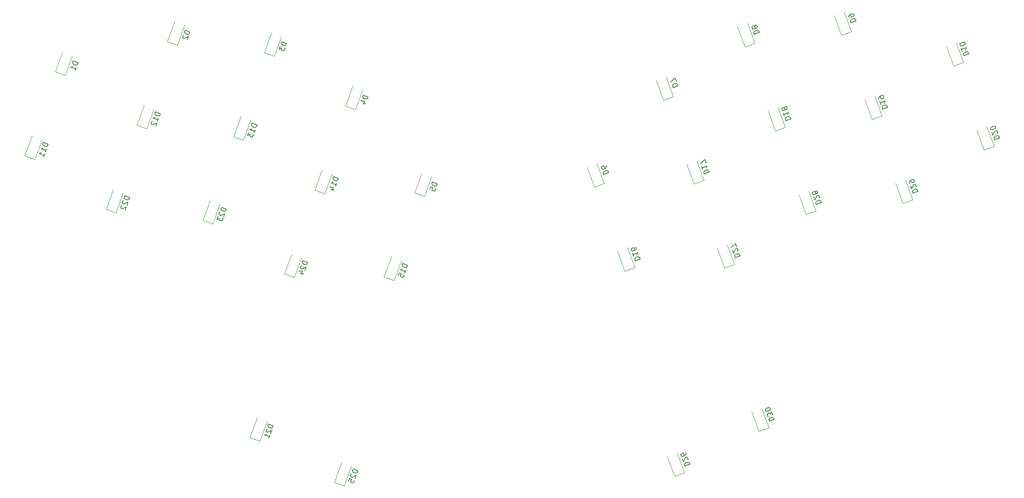
<source format=gbr>
%TF.GenerationSoftware,KiCad,Pcbnew,7.0.1*%
%TF.CreationDate,2024-06-17T16:10:21-04:00*%
%TF.ProjectId,goober-wi,676f6f62-6572-42d7-9769-2e6b69636164,rev?*%
%TF.SameCoordinates,Original*%
%TF.FileFunction,Legend,Bot*%
%TF.FilePolarity,Positive*%
%FSLAX46Y46*%
G04 Gerber Fmt 4.6, Leading zero omitted, Abs format (unit mm)*
G04 Created by KiCad (PCBNEW 7.0.1) date 2024-06-17 16:10:21*
%MOMM*%
%LPD*%
G01*
G04 APERTURE LIST*
%ADD10C,0.150000*%
%ADD11C,0.120000*%
G04 APERTURE END LIST*
D10*
%TO.C,D1*%
X64281286Y-68918306D02*
X63341594Y-68576286D01*
X63341594Y-68576286D02*
X63260160Y-68800023D01*
X63260160Y-68800023D02*
X63256048Y-68950551D01*
X63256048Y-68950551D02*
X63312969Y-69072619D01*
X63312969Y-69072619D02*
X63386177Y-69149940D01*
X63386177Y-69149940D02*
X63548879Y-69259833D01*
X63548879Y-69259833D02*
X63683121Y-69308693D01*
X63683121Y-69308693D02*
X63878397Y-69329093D01*
X63878397Y-69329093D02*
X63984178Y-69316919D01*
X63984178Y-69316919D02*
X64106246Y-69259998D01*
X64106246Y-69259998D02*
X64199853Y-69142043D01*
X64199853Y-69142043D02*
X64281286Y-68918306D01*
X63760113Y-70350219D02*
X63955553Y-69813252D01*
X63857833Y-70081735D02*
X62918140Y-69739715D01*
X62918140Y-69739715D02*
X63084955Y-69699081D01*
X63084955Y-69699081D02*
X63207023Y-69642159D01*
X63207023Y-69642159D02*
X63284344Y-69568952D01*
%TO.C,D25*%
X117434026Y-146553391D02*
X116494334Y-146211371D01*
X116494334Y-146211371D02*
X116412900Y-146435107D01*
X116412900Y-146435107D02*
X116408788Y-146585636D01*
X116408788Y-146585636D02*
X116465709Y-146707704D01*
X116465709Y-146707704D02*
X116538917Y-146785024D01*
X116538917Y-146785024D02*
X116701619Y-146894918D01*
X116701619Y-146894918D02*
X116835861Y-146943778D01*
X116835861Y-146943778D02*
X117031137Y-146964178D01*
X117031137Y-146964178D02*
X117136918Y-146952004D01*
X117136918Y-146952004D02*
X117258986Y-146895083D01*
X117258986Y-146895083D02*
X117352593Y-146777128D01*
X117352593Y-146777128D02*
X117434026Y-146553391D01*
X116258095Y-147138890D02*
X116197061Y-147167350D01*
X116197061Y-147167350D02*
X116119740Y-147240558D01*
X116119740Y-147240558D02*
X116038307Y-147464295D01*
X116038307Y-147464295D02*
X116050481Y-147570076D01*
X116050481Y-147570076D02*
X116078941Y-147631110D01*
X116078941Y-147631110D02*
X116152149Y-147708430D01*
X116152149Y-147708430D02*
X116241644Y-147741004D01*
X116241644Y-147741004D02*
X116392172Y-147745116D01*
X116392172Y-147745116D02*
X117124580Y-147403589D01*
X117124580Y-147403589D02*
X116912853Y-147985304D01*
X115663713Y-148493482D02*
X115826580Y-148046009D01*
X115826580Y-148046009D02*
X116290339Y-148164129D01*
X116290339Y-148164129D02*
X116229306Y-148192589D01*
X116229306Y-148192589D02*
X116151985Y-148265797D01*
X116151985Y-148265797D02*
X116070552Y-148489533D01*
X116070552Y-148489533D02*
X116082725Y-148595315D01*
X116082725Y-148595315D02*
X116111186Y-148656348D01*
X116111186Y-148656348D02*
X116184394Y-148733669D01*
X116184394Y-148733669D02*
X116408130Y-148815102D01*
X116408130Y-148815102D02*
X116513911Y-148802929D01*
X116513911Y-148802929D02*
X116574945Y-148774468D01*
X116574945Y-148774468D02*
X116652266Y-148701260D01*
X116652266Y-148701260D02*
X116733699Y-148477524D01*
X116733699Y-148477524D02*
X116721525Y-148371743D01*
X116721525Y-148371743D02*
X116693065Y-148310709D01*
%TO.C,D28*%
X204520588Y-95874706D02*
X205460281Y-95532686D01*
X205460281Y-95532686D02*
X205378847Y-95308949D01*
X205378847Y-95308949D02*
X205285240Y-95190994D01*
X205285240Y-95190994D02*
X205163172Y-95134073D01*
X205163172Y-95134073D02*
X205057391Y-95121899D01*
X205057391Y-95121899D02*
X204862115Y-95142299D01*
X204862115Y-95142299D02*
X204727873Y-95191159D01*
X204727873Y-95191159D02*
X204565171Y-95301053D01*
X204565171Y-95301053D02*
X204491963Y-95378373D01*
X204491963Y-95378373D02*
X204435042Y-95500441D01*
X204435042Y-95500441D02*
X204439155Y-95650970D01*
X204439155Y-95650970D02*
X204520588Y-95874706D01*
X205045053Y-94670314D02*
X205073513Y-94609280D01*
X205073513Y-94609280D02*
X205085687Y-94503499D01*
X205085687Y-94503499D02*
X205004254Y-94279762D01*
X205004254Y-94279762D02*
X204926933Y-94206554D01*
X204926933Y-94206554D02*
X204865899Y-94178094D01*
X204865899Y-94178094D02*
X204760118Y-94165920D01*
X204760118Y-94165920D02*
X204670623Y-94198493D01*
X204670623Y-94198493D02*
X204552668Y-94292101D01*
X204552668Y-94292101D02*
X204211141Y-95024508D01*
X204211141Y-95024508D02*
X203999414Y-94442793D01*
X204340942Y-93710386D02*
X204418262Y-93783594D01*
X204418262Y-93783594D02*
X204479296Y-93812054D01*
X204479296Y-93812054D02*
X204585077Y-93824228D01*
X204585077Y-93824228D02*
X204629825Y-93807942D01*
X204629825Y-93807942D02*
X204703032Y-93730621D01*
X204703032Y-93730621D02*
X204731493Y-93669587D01*
X204731493Y-93669587D02*
X204743667Y-93563806D01*
X204743667Y-93563806D02*
X204678520Y-93384817D01*
X204678520Y-93384817D02*
X204601200Y-93311609D01*
X204601200Y-93311609D02*
X204540166Y-93283148D01*
X204540166Y-93283148D02*
X204434384Y-93270974D01*
X204434384Y-93270974D02*
X204389637Y-93287261D01*
X204389637Y-93287261D02*
X204316429Y-93364582D01*
X204316429Y-93364582D02*
X204287969Y-93425616D01*
X204287969Y-93425616D02*
X204275795Y-93531397D01*
X204275795Y-93531397D02*
X204340942Y-93710386D01*
X204340942Y-93710386D02*
X204328768Y-93816167D01*
X204328768Y-93816167D02*
X204300307Y-93877201D01*
X204300307Y-93877201D02*
X204227099Y-93954522D01*
X204227099Y-93954522D02*
X204048110Y-94019668D01*
X204048110Y-94019668D02*
X203942329Y-94007495D01*
X203942329Y-94007495D02*
X203881295Y-93979034D01*
X203881295Y-93979034D02*
X203803974Y-93905826D01*
X203803974Y-93905826D02*
X203738828Y-93726837D01*
X203738828Y-93726837D02*
X203751002Y-93621056D01*
X203751002Y-93621056D02*
X203779462Y-93560022D01*
X203779462Y-93560022D02*
X203852670Y-93482701D01*
X203852670Y-93482701D02*
X204031659Y-93417555D01*
X204031659Y-93417555D02*
X204137440Y-93429728D01*
X204137440Y-93429728D02*
X204198474Y-93458189D01*
X204198474Y-93458189D02*
X204275795Y-93531397D01*
%TO.C,D26*%
X179545307Y-145669764D02*
X180485000Y-145327744D01*
X180485000Y-145327744D02*
X180403566Y-145104007D01*
X180403566Y-145104007D02*
X180309959Y-144986052D01*
X180309959Y-144986052D02*
X180187891Y-144929131D01*
X180187891Y-144929131D02*
X180082110Y-144916957D01*
X180082110Y-144916957D02*
X179886834Y-144937357D01*
X179886834Y-144937357D02*
X179752592Y-144986217D01*
X179752592Y-144986217D02*
X179589890Y-145096111D01*
X179589890Y-145096111D02*
X179516682Y-145173431D01*
X179516682Y-145173431D02*
X179459761Y-145295499D01*
X179459761Y-145295499D02*
X179463874Y-145446028D01*
X179463874Y-145446028D02*
X179545307Y-145669764D01*
X180069772Y-144465372D02*
X180098232Y-144404338D01*
X180098232Y-144404338D02*
X180110406Y-144298557D01*
X180110406Y-144298557D02*
X180028973Y-144074820D01*
X180028973Y-144074820D02*
X179951652Y-144001612D01*
X179951652Y-144001612D02*
X179890618Y-143973152D01*
X179890618Y-143973152D02*
X179784837Y-143960978D01*
X179784837Y-143960978D02*
X179695342Y-143993551D01*
X179695342Y-143993551D02*
X179577387Y-144087159D01*
X179577387Y-144087159D02*
X179235860Y-144819566D01*
X179235860Y-144819566D02*
X179024133Y-144237851D01*
X179670666Y-143090380D02*
X179735813Y-143269369D01*
X179735813Y-143269369D02*
X179723639Y-143375151D01*
X179723639Y-143375151D02*
X179695178Y-143436185D01*
X179695178Y-143436185D02*
X179593510Y-143574539D01*
X179593510Y-143574539D02*
X179430807Y-143684433D01*
X179430807Y-143684433D02*
X179072829Y-143814726D01*
X179072829Y-143814726D02*
X178967048Y-143802553D01*
X178967048Y-143802553D02*
X178906014Y-143774092D01*
X178906014Y-143774092D02*
X178828693Y-143700884D01*
X178828693Y-143700884D02*
X178763547Y-143521895D01*
X178763547Y-143521895D02*
X178775721Y-143416114D01*
X178775721Y-143416114D02*
X178804181Y-143355080D01*
X178804181Y-143355080D02*
X178877389Y-143277759D01*
X178877389Y-143277759D02*
X179101125Y-143196326D01*
X179101125Y-143196326D02*
X179206907Y-143208500D01*
X179206907Y-143208500D02*
X179267941Y-143236960D01*
X179267941Y-143236960D02*
X179345261Y-143310168D01*
X179345261Y-143310168D02*
X179410408Y-143489157D01*
X179410408Y-143489157D02*
X179398234Y-143594939D01*
X179398234Y-143594939D02*
X179369773Y-143655972D01*
X179369773Y-143655972D02*
X179296565Y-143733293D01*
%TO.C,D17*%
X183245364Y-90049987D02*
X184185057Y-89707967D01*
X184185057Y-89707967D02*
X184103623Y-89484230D01*
X184103623Y-89484230D02*
X184010016Y-89366275D01*
X184010016Y-89366275D02*
X183887948Y-89309354D01*
X183887948Y-89309354D02*
X183782167Y-89297180D01*
X183782167Y-89297180D02*
X183586891Y-89317580D01*
X183586891Y-89317580D02*
X183452649Y-89366440D01*
X183452649Y-89366440D02*
X183289947Y-89476334D01*
X183289947Y-89476334D02*
X183216739Y-89553654D01*
X183216739Y-89553654D02*
X183159818Y-89675722D01*
X183159818Y-89675722D02*
X183163931Y-89826251D01*
X183163931Y-89826251D02*
X183245364Y-90049987D01*
X182724190Y-88618074D02*
X182919631Y-89155042D01*
X182821910Y-88886558D02*
X183761603Y-88544538D01*
X183761603Y-88544538D02*
X183659935Y-88682892D01*
X183659935Y-88682892D02*
X183603013Y-88804960D01*
X183603013Y-88804960D02*
X183590840Y-88910741D01*
X183549876Y-87962823D02*
X183321863Y-87336362D01*
X183321863Y-87336362D02*
X182528750Y-88081107D01*
%TO.C,D9*%
X211097089Y-61315015D02*
X212036782Y-60972995D01*
X212036782Y-60972995D02*
X211955348Y-60749258D01*
X211955348Y-60749258D02*
X211861741Y-60631303D01*
X211861741Y-60631303D02*
X211739673Y-60574382D01*
X211739673Y-60574382D02*
X211633892Y-60562208D01*
X211633892Y-60562208D02*
X211438616Y-60582607D01*
X211438616Y-60582607D02*
X211304374Y-60631467D01*
X211304374Y-60631467D02*
X211141672Y-60741361D01*
X211141672Y-60741361D02*
X211068464Y-60818682D01*
X211068464Y-60818682D02*
X211011543Y-60940750D01*
X211011543Y-60940750D02*
X211015656Y-61091278D01*
X211015656Y-61091278D02*
X211097089Y-61315015D01*
X210738782Y-60330575D02*
X210673636Y-60151586D01*
X210673636Y-60151586D02*
X210685809Y-60045805D01*
X210685809Y-60045805D02*
X210714270Y-59984771D01*
X210714270Y-59984771D02*
X210815939Y-59846416D01*
X210815939Y-59846416D02*
X210978641Y-59736522D01*
X210978641Y-59736522D02*
X211336619Y-59606229D01*
X211336619Y-59606229D02*
X211442400Y-59618403D01*
X211442400Y-59618403D02*
X211503434Y-59646863D01*
X211503434Y-59646863D02*
X211580755Y-59720071D01*
X211580755Y-59720071D02*
X211645902Y-59899060D01*
X211645902Y-59899060D02*
X211633728Y-60004841D01*
X211633728Y-60004841D02*
X211605267Y-60065875D01*
X211605267Y-60065875D02*
X211532059Y-60143196D01*
X211532059Y-60143196D02*
X211308323Y-60224629D01*
X211308323Y-60224629D02*
X211202542Y-60212455D01*
X211202542Y-60212455D02*
X211141508Y-60183995D01*
X211141508Y-60183995D02*
X211064187Y-60110787D01*
X211064187Y-60110787D02*
X210999040Y-59931798D01*
X210999040Y-59931798D02*
X211011214Y-59826017D01*
X211011214Y-59826017D02*
X211039675Y-59764983D01*
X211039675Y-59764983D02*
X211112883Y-59687662D01*
%TO.C,D12*%
X79905035Y-78620889D02*
X78965343Y-78278869D01*
X78965343Y-78278869D02*
X78883909Y-78502605D01*
X78883909Y-78502605D02*
X78879797Y-78653134D01*
X78879797Y-78653134D02*
X78936718Y-78775202D01*
X78936718Y-78775202D02*
X79009926Y-78852522D01*
X79009926Y-78852522D02*
X79172628Y-78962416D01*
X79172628Y-78962416D02*
X79306870Y-79011276D01*
X79306870Y-79011276D02*
X79502146Y-79031676D01*
X79502146Y-79031676D02*
X79607927Y-79019502D01*
X79607927Y-79019502D02*
X79729995Y-78962581D01*
X79729995Y-78962581D02*
X79823602Y-78844626D01*
X79823602Y-78844626D02*
X79905035Y-78620889D01*
X79383862Y-80052802D02*
X79579302Y-79515835D01*
X79481582Y-79784318D02*
X78541889Y-79442298D01*
X78541889Y-79442298D02*
X78708704Y-79401663D01*
X78708704Y-79401663D02*
X78830772Y-79344742D01*
X78830772Y-79344742D02*
X78908093Y-79271534D01*
X78403370Y-80101333D02*
X78342336Y-80129794D01*
X78342336Y-80129794D02*
X78265016Y-80203002D01*
X78265016Y-80203002D02*
X78183582Y-80426738D01*
X78183582Y-80426738D02*
X78195756Y-80532519D01*
X78195756Y-80532519D02*
X78224217Y-80593553D01*
X78224217Y-80593553D02*
X78297425Y-80670874D01*
X78297425Y-80670874D02*
X78386919Y-80703447D01*
X78386919Y-80703447D02*
X78537448Y-80707560D01*
X78537448Y-80707560D02*
X79269855Y-80366033D01*
X79269855Y-80366033D02*
X79058128Y-80947747D01*
%TO.C,D18*%
X198706245Y-79899931D02*
X199645938Y-79557911D01*
X199645938Y-79557911D02*
X199564504Y-79334174D01*
X199564504Y-79334174D02*
X199470897Y-79216219D01*
X199470897Y-79216219D02*
X199348829Y-79159298D01*
X199348829Y-79159298D02*
X199243048Y-79147124D01*
X199243048Y-79147124D02*
X199047772Y-79167524D01*
X199047772Y-79167524D02*
X198913530Y-79216384D01*
X198913530Y-79216384D02*
X198750828Y-79326278D01*
X198750828Y-79326278D02*
X198677620Y-79403598D01*
X198677620Y-79403598D02*
X198620699Y-79525666D01*
X198620699Y-79525666D02*
X198624812Y-79676195D01*
X198624812Y-79676195D02*
X198706245Y-79899931D01*
X198185071Y-78468018D02*
X198380512Y-79004986D01*
X198282791Y-78736502D02*
X199222484Y-78394482D01*
X199222484Y-78394482D02*
X199120816Y-78532836D01*
X199120816Y-78532836D02*
X199063894Y-78654904D01*
X199063894Y-78654904D02*
X199051721Y-78760685D01*
X198526599Y-77735611D02*
X198603919Y-77808819D01*
X198603919Y-77808819D02*
X198664953Y-77837279D01*
X198664953Y-77837279D02*
X198770734Y-77849453D01*
X198770734Y-77849453D02*
X198815482Y-77833167D01*
X198815482Y-77833167D02*
X198888689Y-77755846D01*
X198888689Y-77755846D02*
X198917150Y-77694812D01*
X198917150Y-77694812D02*
X198929324Y-77589031D01*
X198929324Y-77589031D02*
X198864177Y-77410042D01*
X198864177Y-77410042D02*
X198786857Y-77336834D01*
X198786857Y-77336834D02*
X198725823Y-77308373D01*
X198725823Y-77308373D02*
X198620041Y-77296199D01*
X198620041Y-77296199D02*
X198575294Y-77312486D01*
X198575294Y-77312486D02*
X198502086Y-77389807D01*
X198502086Y-77389807D02*
X198473626Y-77450841D01*
X198473626Y-77450841D02*
X198461452Y-77556622D01*
X198461452Y-77556622D02*
X198526599Y-77735611D01*
X198526599Y-77735611D02*
X198514425Y-77841392D01*
X198514425Y-77841392D02*
X198485964Y-77902426D01*
X198485964Y-77902426D02*
X198412756Y-77979747D01*
X198412756Y-77979747D02*
X198233767Y-78044893D01*
X198233767Y-78044893D02*
X198127986Y-78032720D01*
X198127986Y-78032720D02*
X198066952Y-78004259D01*
X198066952Y-78004259D02*
X197989631Y-77931051D01*
X197989631Y-77931051D02*
X197924485Y-77752062D01*
X197924485Y-77752062D02*
X197936659Y-77646281D01*
X197936659Y-77646281D02*
X197965119Y-77585247D01*
X197965119Y-77585247D02*
X198038327Y-77507926D01*
X198038327Y-77507926D02*
X198217316Y-77442780D01*
X198217316Y-77442780D02*
X198323097Y-77454953D01*
X198323097Y-77454953D02*
X198384131Y-77483414D01*
X198384131Y-77483414D02*
X198461452Y-77556622D01*
%TO.C,D15*%
X126869114Y-107473580D02*
X125929422Y-107131560D01*
X125929422Y-107131560D02*
X125847988Y-107355296D01*
X125847988Y-107355296D02*
X125843876Y-107505825D01*
X125843876Y-107505825D02*
X125900797Y-107627893D01*
X125900797Y-107627893D02*
X125974005Y-107705213D01*
X125974005Y-107705213D02*
X126136707Y-107815107D01*
X126136707Y-107815107D02*
X126270949Y-107863967D01*
X126270949Y-107863967D02*
X126466225Y-107884367D01*
X126466225Y-107884367D02*
X126572006Y-107872193D01*
X126572006Y-107872193D02*
X126694074Y-107815272D01*
X126694074Y-107815272D02*
X126787681Y-107697317D01*
X126787681Y-107697317D02*
X126869114Y-107473580D01*
X126347941Y-108905493D02*
X126543381Y-108368526D01*
X126445661Y-108637009D02*
X125505968Y-108294989D01*
X125505968Y-108294989D02*
X125672783Y-108254354D01*
X125672783Y-108254354D02*
X125794851Y-108197433D01*
X125794851Y-108197433D02*
X125872172Y-108124225D01*
X125098801Y-109413671D02*
X125261668Y-108966198D01*
X125261668Y-108966198D02*
X125725427Y-109084318D01*
X125725427Y-109084318D02*
X125664394Y-109112778D01*
X125664394Y-109112778D02*
X125587073Y-109185986D01*
X125587073Y-109185986D02*
X125505640Y-109409722D01*
X125505640Y-109409722D02*
X125517813Y-109515504D01*
X125517813Y-109515504D02*
X125546274Y-109576537D01*
X125546274Y-109576537D02*
X125619482Y-109653858D01*
X125619482Y-109653858D02*
X125843218Y-109735291D01*
X125843218Y-109735291D02*
X125948999Y-109723118D01*
X125948999Y-109723118D02*
X126010033Y-109694657D01*
X126010033Y-109694657D02*
X126087354Y-109621449D01*
X126087354Y-109621449D02*
X126168787Y-109397713D01*
X126168787Y-109397713D02*
X126156613Y-109291932D01*
X126156613Y-109291932D02*
X126128153Y-109230898D01*
%TO.C,D14*%
X113733969Y-90933614D02*
X112794277Y-90591594D01*
X112794277Y-90591594D02*
X112712843Y-90815330D01*
X112712843Y-90815330D02*
X112708731Y-90965859D01*
X112708731Y-90965859D02*
X112765652Y-91087927D01*
X112765652Y-91087927D02*
X112838860Y-91165247D01*
X112838860Y-91165247D02*
X113001562Y-91275141D01*
X113001562Y-91275141D02*
X113135804Y-91324001D01*
X113135804Y-91324001D02*
X113331080Y-91344401D01*
X113331080Y-91344401D02*
X113436861Y-91332227D01*
X113436861Y-91332227D02*
X113558929Y-91275306D01*
X113558929Y-91275306D02*
X113652536Y-91157351D01*
X113652536Y-91157351D02*
X113733969Y-90933614D01*
X113212796Y-92365527D02*
X113408236Y-91828560D01*
X113310516Y-92097043D02*
X112370823Y-91755023D01*
X112370823Y-91755023D02*
X112537638Y-91714388D01*
X112537638Y-91714388D02*
X112659706Y-91657467D01*
X112659706Y-91657467D02*
X112737027Y-91584259D01*
X112293174Y-92942964D02*
X112919636Y-93170978D01*
X112016629Y-92588934D02*
X112769272Y-92609498D01*
X112769272Y-92609498D02*
X112557545Y-93191213D01*
%TO.C,D3*%
X103924563Y-65256257D02*
X102984871Y-64914237D01*
X102984871Y-64914237D02*
X102903437Y-65137974D01*
X102903437Y-65137974D02*
X102899325Y-65288502D01*
X102899325Y-65288502D02*
X102956246Y-65410570D01*
X102956246Y-65410570D02*
X103029454Y-65487891D01*
X103029454Y-65487891D02*
X103192156Y-65597784D01*
X103192156Y-65597784D02*
X103326398Y-65646644D01*
X103326398Y-65646644D02*
X103521674Y-65667044D01*
X103521674Y-65667044D02*
X103627455Y-65654870D01*
X103627455Y-65654870D02*
X103749523Y-65597949D01*
X103749523Y-65597949D02*
X103843130Y-65479994D01*
X103843130Y-65479994D02*
X103924563Y-65256257D01*
X102675424Y-65764435D02*
X102463697Y-66346150D01*
X102463697Y-66346150D02*
X102935682Y-66163212D01*
X102935682Y-66163212D02*
X102886822Y-66297454D01*
X102886822Y-66297454D02*
X102898996Y-66403235D01*
X102898996Y-66403235D02*
X102927457Y-66464269D01*
X102927457Y-66464269D02*
X103000665Y-66541590D01*
X103000665Y-66541590D02*
X103224401Y-66623023D01*
X103224401Y-66623023D02*
X103330182Y-66610849D01*
X103330182Y-66610849D02*
X103391216Y-66582389D01*
X103391216Y-66582389D02*
X103468537Y-66509181D01*
X103468537Y-66509181D02*
X103566257Y-66240697D01*
X103566257Y-66240697D02*
X103554083Y-66134916D01*
X103554083Y-66134916D02*
X103525622Y-66073882D01*
%TO.C,D11*%
X58629811Y-84445608D02*
X57690119Y-84103588D01*
X57690119Y-84103588D02*
X57608685Y-84327324D01*
X57608685Y-84327324D02*
X57604573Y-84477853D01*
X57604573Y-84477853D02*
X57661494Y-84599921D01*
X57661494Y-84599921D02*
X57734702Y-84677241D01*
X57734702Y-84677241D02*
X57897404Y-84787135D01*
X57897404Y-84787135D02*
X58031646Y-84835995D01*
X58031646Y-84835995D02*
X58226922Y-84856395D01*
X58226922Y-84856395D02*
X58332703Y-84844221D01*
X58332703Y-84844221D02*
X58454771Y-84787300D01*
X58454771Y-84787300D02*
X58548378Y-84669345D01*
X58548378Y-84669345D02*
X58629811Y-84445608D01*
X58108638Y-85877521D02*
X58304078Y-85340554D01*
X58206358Y-85609037D02*
X57266665Y-85267017D01*
X57266665Y-85267017D02*
X57433480Y-85226382D01*
X57433480Y-85226382D02*
X57555548Y-85169461D01*
X57555548Y-85169461D02*
X57632869Y-85096253D01*
X57782904Y-86772466D02*
X57978344Y-86235499D01*
X57880624Y-86503983D02*
X56940932Y-86161962D01*
X56940932Y-86161962D02*
X57107747Y-86121328D01*
X57107747Y-86121328D02*
X57229815Y-86064407D01*
X57229815Y-86064407D02*
X57307135Y-85991199D01*
%TO.C,D29*%
X222888641Y-93712037D02*
X223828334Y-93370017D01*
X223828334Y-93370017D02*
X223746900Y-93146280D01*
X223746900Y-93146280D02*
X223653293Y-93028325D01*
X223653293Y-93028325D02*
X223531225Y-92971404D01*
X223531225Y-92971404D02*
X223425444Y-92959230D01*
X223425444Y-92959230D02*
X223230168Y-92979630D01*
X223230168Y-92979630D02*
X223095926Y-93028490D01*
X223095926Y-93028490D02*
X222933224Y-93138384D01*
X222933224Y-93138384D02*
X222860016Y-93215704D01*
X222860016Y-93215704D02*
X222803095Y-93337772D01*
X222803095Y-93337772D02*
X222807208Y-93488301D01*
X222807208Y-93488301D02*
X222888641Y-93712037D01*
X223413106Y-92507645D02*
X223441566Y-92446611D01*
X223441566Y-92446611D02*
X223453740Y-92340830D01*
X223453740Y-92340830D02*
X223372307Y-92117093D01*
X223372307Y-92117093D02*
X223294986Y-92043885D01*
X223294986Y-92043885D02*
X223233952Y-92015425D01*
X223233952Y-92015425D02*
X223128171Y-92003251D01*
X223128171Y-92003251D02*
X223038676Y-92035824D01*
X223038676Y-92035824D02*
X222920721Y-92129432D01*
X222920721Y-92129432D02*
X222579194Y-92861839D01*
X222579194Y-92861839D02*
X222367467Y-92280124D01*
X222204601Y-91832652D02*
X222139454Y-91653663D01*
X222139454Y-91653663D02*
X222151628Y-91547881D01*
X222151628Y-91547881D02*
X222180089Y-91486847D01*
X222180089Y-91486847D02*
X222281757Y-91348493D01*
X222281757Y-91348493D02*
X222444459Y-91238599D01*
X222444459Y-91238599D02*
X222802437Y-91108305D01*
X222802437Y-91108305D02*
X222908219Y-91120479D01*
X222908219Y-91120479D02*
X222969253Y-91148940D01*
X222969253Y-91148940D02*
X223046573Y-91222148D01*
X223046573Y-91222148D02*
X223111720Y-91401137D01*
X223111720Y-91401137D02*
X223099546Y-91506918D01*
X223099546Y-91506918D02*
X223071085Y-91567952D01*
X223071085Y-91567952D02*
X222997878Y-91645273D01*
X222997878Y-91645273D02*
X222774141Y-91726706D01*
X222774141Y-91726706D02*
X222668360Y-91714532D01*
X222668360Y-91714532D02*
X222607326Y-91686072D01*
X222607326Y-91686072D02*
X222530005Y-91612864D01*
X222530005Y-91612864D02*
X222464859Y-91433875D01*
X222464859Y-91433875D02*
X222477033Y-91328093D01*
X222477033Y-91328093D02*
X222505493Y-91267059D01*
X222505493Y-91267059D02*
X222578701Y-91189739D01*
%TO.C,D22*%
X74090692Y-94595664D02*
X73151000Y-94253644D01*
X73151000Y-94253644D02*
X73069566Y-94477380D01*
X73069566Y-94477380D02*
X73065454Y-94627909D01*
X73065454Y-94627909D02*
X73122375Y-94749977D01*
X73122375Y-94749977D02*
X73195583Y-94827297D01*
X73195583Y-94827297D02*
X73358285Y-94937191D01*
X73358285Y-94937191D02*
X73492527Y-94986051D01*
X73492527Y-94986051D02*
X73687803Y-95006451D01*
X73687803Y-95006451D02*
X73793584Y-94994277D01*
X73793584Y-94994277D02*
X73915652Y-94937356D01*
X73915652Y-94937356D02*
X74009259Y-94819401D01*
X74009259Y-94819401D02*
X74090692Y-94595664D01*
X72914761Y-95181163D02*
X72853727Y-95209623D01*
X72853727Y-95209623D02*
X72776406Y-95282831D01*
X72776406Y-95282831D02*
X72694973Y-95506568D01*
X72694973Y-95506568D02*
X72707147Y-95612349D01*
X72707147Y-95612349D02*
X72735607Y-95673383D01*
X72735607Y-95673383D02*
X72808815Y-95750703D01*
X72808815Y-95750703D02*
X72898310Y-95783277D01*
X72898310Y-95783277D02*
X73048838Y-95787389D01*
X73048838Y-95787389D02*
X73781246Y-95445862D01*
X73781246Y-95445862D02*
X73569519Y-96027577D01*
X72589027Y-96076108D02*
X72527993Y-96104569D01*
X72527993Y-96104569D02*
X72450673Y-96177777D01*
X72450673Y-96177777D02*
X72369239Y-96401513D01*
X72369239Y-96401513D02*
X72381413Y-96507294D01*
X72381413Y-96507294D02*
X72409874Y-96568328D01*
X72409874Y-96568328D02*
X72483082Y-96645649D01*
X72483082Y-96645649D02*
X72572576Y-96678222D01*
X72572576Y-96678222D02*
X72723105Y-96682335D01*
X72723105Y-96682335D02*
X73455512Y-96340808D01*
X73455512Y-96340808D02*
X73243785Y-96922522D01*
%TO.C,D10*%
X232535180Y-67587206D02*
X233474873Y-67245186D01*
X233474873Y-67245186D02*
X233393439Y-67021449D01*
X233393439Y-67021449D02*
X233299832Y-66903494D01*
X233299832Y-66903494D02*
X233177764Y-66846573D01*
X233177764Y-66846573D02*
X233071983Y-66834399D01*
X233071983Y-66834399D02*
X232876707Y-66854799D01*
X232876707Y-66854799D02*
X232742465Y-66903659D01*
X232742465Y-66903659D02*
X232579763Y-67013553D01*
X232579763Y-67013553D02*
X232506555Y-67090873D01*
X232506555Y-67090873D02*
X232449634Y-67212941D01*
X232449634Y-67212941D02*
X232453747Y-67363470D01*
X232453747Y-67363470D02*
X232535180Y-67587206D01*
X232014006Y-66155293D02*
X232209447Y-66692261D01*
X232111726Y-66423777D02*
X233051419Y-66081757D01*
X233051419Y-66081757D02*
X232949751Y-66220111D01*
X232949751Y-66220111D02*
X232892829Y-66342179D01*
X232892829Y-66342179D02*
X232880656Y-66447960D01*
X232741972Y-65231559D02*
X232709399Y-65142064D01*
X232709399Y-65142064D02*
X232632078Y-65068856D01*
X232632078Y-65068856D02*
X232571044Y-65040396D01*
X232571044Y-65040396D02*
X232465263Y-65028222D01*
X232465263Y-65028222D02*
X232269987Y-65048621D01*
X232269987Y-65048621D02*
X232046251Y-65130055D01*
X232046251Y-65130055D02*
X231883549Y-65239949D01*
X231883549Y-65239949D02*
X231810341Y-65317269D01*
X231810341Y-65317269D02*
X231781880Y-65378303D01*
X231781880Y-65378303D02*
X231769706Y-65484084D01*
X231769706Y-65484084D02*
X231802280Y-65573579D01*
X231802280Y-65573579D02*
X231879600Y-65646787D01*
X231879600Y-65646787D02*
X231940634Y-65675247D01*
X231940634Y-65675247D02*
X232046415Y-65687421D01*
X232046415Y-65687421D02*
X232241691Y-65667022D01*
X232241691Y-65667022D02*
X232465428Y-65585588D01*
X232465428Y-65585588D02*
X232628130Y-65475694D01*
X232628130Y-65475694D02*
X232701338Y-65398374D01*
X232701338Y-65398374D02*
X232729798Y-65337340D01*
X232729798Y-65337340D02*
X232741972Y-65231559D01*
%TO.C,D5*%
X132520589Y-91946279D02*
X131580897Y-91604259D01*
X131580897Y-91604259D02*
X131499463Y-91827996D01*
X131499463Y-91827996D02*
X131495351Y-91978524D01*
X131495351Y-91978524D02*
X131552272Y-92100592D01*
X131552272Y-92100592D02*
X131625480Y-92177913D01*
X131625480Y-92177913D02*
X131788182Y-92287806D01*
X131788182Y-92287806D02*
X131922424Y-92336666D01*
X131922424Y-92336666D02*
X132117700Y-92357066D01*
X132117700Y-92357066D02*
X132223481Y-92344892D01*
X132223481Y-92344892D02*
X132345549Y-92287971D01*
X132345549Y-92287971D02*
X132439156Y-92170016D01*
X132439156Y-92170016D02*
X132520589Y-91946279D01*
X131076010Y-92991424D02*
X131238877Y-92543952D01*
X131238877Y-92543952D02*
X131702636Y-92662071D01*
X131702636Y-92662071D02*
X131641602Y-92690532D01*
X131641602Y-92690532D02*
X131564282Y-92763740D01*
X131564282Y-92763740D02*
X131482848Y-92987476D01*
X131482848Y-92987476D02*
X131495022Y-93093257D01*
X131495022Y-93093257D02*
X131523483Y-93154291D01*
X131523483Y-93154291D02*
X131596691Y-93231612D01*
X131596691Y-93231612D02*
X131820427Y-93313045D01*
X131820427Y-93313045D02*
X131926208Y-93300871D01*
X131926208Y-93300871D02*
X131987242Y-93272411D01*
X131987242Y-93272411D02*
X132064563Y-93199203D01*
X132064563Y-93199203D02*
X132145996Y-92975466D01*
X132145996Y-92975466D02*
X132133822Y-92869685D01*
X132133822Y-92869685D02*
X132105361Y-92808651D01*
%TO.C,D16*%
X170110219Y-106589953D02*
X171049912Y-106247933D01*
X171049912Y-106247933D02*
X170968478Y-106024196D01*
X170968478Y-106024196D02*
X170874871Y-105906241D01*
X170874871Y-105906241D02*
X170752803Y-105849320D01*
X170752803Y-105849320D02*
X170647022Y-105837146D01*
X170647022Y-105837146D02*
X170451746Y-105857546D01*
X170451746Y-105857546D02*
X170317504Y-105906406D01*
X170317504Y-105906406D02*
X170154802Y-106016300D01*
X170154802Y-106016300D02*
X170081594Y-106093620D01*
X170081594Y-106093620D02*
X170024673Y-106215688D01*
X170024673Y-106215688D02*
X170028786Y-106366217D01*
X170028786Y-106366217D02*
X170110219Y-106589953D01*
X169589045Y-105158040D02*
X169784486Y-105695008D01*
X169686765Y-105426524D02*
X170626458Y-105084504D01*
X170626458Y-105084504D02*
X170524790Y-105222858D01*
X170524790Y-105222858D02*
X170467868Y-105344926D01*
X170467868Y-105344926D02*
X170455695Y-105450707D01*
X170235578Y-104010569D02*
X170300725Y-104189558D01*
X170300725Y-104189558D02*
X170288551Y-104295340D01*
X170288551Y-104295340D02*
X170260090Y-104356374D01*
X170260090Y-104356374D02*
X170158422Y-104494728D01*
X170158422Y-104494728D02*
X169995719Y-104604622D01*
X169995719Y-104604622D02*
X169637741Y-104734915D01*
X169637741Y-104734915D02*
X169531960Y-104722742D01*
X169531960Y-104722742D02*
X169470926Y-104694281D01*
X169470926Y-104694281D02*
X169393605Y-104621073D01*
X169393605Y-104621073D02*
X169328459Y-104442084D01*
X169328459Y-104442084D02*
X169340633Y-104336303D01*
X169340633Y-104336303D02*
X169369093Y-104275269D01*
X169369093Y-104275269D02*
X169442301Y-104197948D01*
X169442301Y-104197948D02*
X169666037Y-104116515D01*
X169666037Y-104116515D02*
X169771819Y-104128689D01*
X169771819Y-104128689D02*
X169832853Y-104157149D01*
X169832853Y-104157149D02*
X169910173Y-104230357D01*
X169910173Y-104230357D02*
X169975320Y-104409346D01*
X169975320Y-104409346D02*
X169963146Y-104515128D01*
X169963146Y-104515128D02*
X169934685Y-104576161D01*
X169934685Y-104576161D02*
X169861477Y-104653482D01*
%TO.C,D19*%
X217074298Y-77737262D02*
X218013991Y-77395242D01*
X218013991Y-77395242D02*
X217932557Y-77171505D01*
X217932557Y-77171505D02*
X217838950Y-77053550D01*
X217838950Y-77053550D02*
X217716882Y-76996629D01*
X217716882Y-76996629D02*
X217611101Y-76984455D01*
X217611101Y-76984455D02*
X217415825Y-77004855D01*
X217415825Y-77004855D02*
X217281583Y-77053715D01*
X217281583Y-77053715D02*
X217118881Y-77163609D01*
X217118881Y-77163609D02*
X217045673Y-77240929D01*
X217045673Y-77240929D02*
X216988752Y-77362997D01*
X216988752Y-77362997D02*
X216992865Y-77513526D01*
X216992865Y-77513526D02*
X217074298Y-77737262D01*
X216553124Y-76305349D02*
X216748565Y-76842317D01*
X216650844Y-76573833D02*
X217590537Y-76231813D01*
X217590537Y-76231813D02*
X217488869Y-76370167D01*
X217488869Y-76370167D02*
X217431947Y-76492235D01*
X217431947Y-76492235D02*
X217419774Y-76598016D01*
X216390258Y-75857877D02*
X216325111Y-75678888D01*
X216325111Y-75678888D02*
X216337285Y-75573106D01*
X216337285Y-75573106D02*
X216365746Y-75512072D01*
X216365746Y-75512072D02*
X216467414Y-75373718D01*
X216467414Y-75373718D02*
X216630116Y-75263824D01*
X216630116Y-75263824D02*
X216988094Y-75133530D01*
X216988094Y-75133530D02*
X217093876Y-75145704D01*
X217093876Y-75145704D02*
X217154910Y-75174165D01*
X217154910Y-75174165D02*
X217232230Y-75247373D01*
X217232230Y-75247373D02*
X217297377Y-75426362D01*
X217297377Y-75426362D02*
X217285203Y-75532143D01*
X217285203Y-75532143D02*
X217256742Y-75593177D01*
X217256742Y-75593177D02*
X217183535Y-75670498D01*
X217183535Y-75670498D02*
X216959798Y-75751931D01*
X216959798Y-75751931D02*
X216854017Y-75739757D01*
X216854017Y-75739757D02*
X216792983Y-75711297D01*
X216792983Y-75711297D02*
X216715662Y-75638089D01*
X216715662Y-75638089D02*
X216650516Y-75459100D01*
X216650516Y-75459100D02*
X216662690Y-75353318D01*
X216662690Y-75353318D02*
X216691150Y-75292284D01*
X216691150Y-75292284D02*
X216764358Y-75214964D01*
%TO.C,D24*%
X107919627Y-106908389D02*
X106979935Y-106566369D01*
X106979935Y-106566369D02*
X106898501Y-106790105D01*
X106898501Y-106790105D02*
X106894389Y-106940634D01*
X106894389Y-106940634D02*
X106951310Y-107062702D01*
X106951310Y-107062702D02*
X107024518Y-107140022D01*
X107024518Y-107140022D02*
X107187220Y-107249916D01*
X107187220Y-107249916D02*
X107321462Y-107298776D01*
X107321462Y-107298776D02*
X107516738Y-107319176D01*
X107516738Y-107319176D02*
X107622519Y-107307002D01*
X107622519Y-107307002D02*
X107744587Y-107250081D01*
X107744587Y-107250081D02*
X107838194Y-107132126D01*
X107838194Y-107132126D02*
X107919627Y-106908389D01*
X106743696Y-107493888D02*
X106682662Y-107522348D01*
X106682662Y-107522348D02*
X106605341Y-107595556D01*
X106605341Y-107595556D02*
X106523908Y-107819293D01*
X106523908Y-107819293D02*
X106536082Y-107925074D01*
X106536082Y-107925074D02*
X106564542Y-107986108D01*
X106564542Y-107986108D02*
X106637750Y-108063428D01*
X106637750Y-108063428D02*
X106727245Y-108096002D01*
X106727245Y-108096002D02*
X106877773Y-108100114D01*
X106877773Y-108100114D02*
X107610181Y-107758587D01*
X107610181Y-107758587D02*
X107398454Y-108340302D01*
X106478832Y-108917739D02*
X107105294Y-109145753D01*
X106202287Y-108563709D02*
X106954930Y-108584273D01*
X106954930Y-108584273D02*
X106743203Y-109165988D01*
%TO.C,D21*%
X101391710Y-138000812D02*
X100452018Y-137658792D01*
X100452018Y-137658792D02*
X100370584Y-137882528D01*
X100370584Y-137882528D02*
X100366472Y-138033057D01*
X100366472Y-138033057D02*
X100423393Y-138155125D01*
X100423393Y-138155125D02*
X100496601Y-138232445D01*
X100496601Y-138232445D02*
X100659303Y-138342339D01*
X100659303Y-138342339D02*
X100793545Y-138391199D01*
X100793545Y-138391199D02*
X100988821Y-138411599D01*
X100988821Y-138411599D02*
X101094602Y-138399425D01*
X101094602Y-138399425D02*
X101216670Y-138342504D01*
X101216670Y-138342504D02*
X101310277Y-138224549D01*
X101310277Y-138224549D02*
X101391710Y-138000812D01*
X100215779Y-138586311D02*
X100154745Y-138614771D01*
X100154745Y-138614771D02*
X100077424Y-138687979D01*
X100077424Y-138687979D02*
X99995991Y-138911716D01*
X99995991Y-138911716D02*
X100008165Y-139017497D01*
X100008165Y-139017497D02*
X100036625Y-139078531D01*
X100036625Y-139078531D02*
X100109833Y-139155851D01*
X100109833Y-139155851D02*
X100199328Y-139188425D01*
X100199328Y-139188425D02*
X100349856Y-139192537D01*
X100349856Y-139192537D02*
X101082264Y-138851010D01*
X101082264Y-138851010D02*
X100870537Y-139432725D01*
X100544803Y-140327670D02*
X100740243Y-139790703D01*
X100642523Y-140059187D02*
X99702831Y-139717166D01*
X99702831Y-139717166D02*
X99869646Y-139676532D01*
X99869646Y-139676532D02*
X99991714Y-139619611D01*
X99991714Y-139619611D02*
X100069034Y-139546403D01*
%TO.C,D8*%
X192729036Y-63477684D02*
X193668729Y-63135664D01*
X193668729Y-63135664D02*
X193587295Y-62911927D01*
X193587295Y-62911927D02*
X193493688Y-62793972D01*
X193493688Y-62793972D02*
X193371620Y-62737051D01*
X193371620Y-62737051D02*
X193265839Y-62724877D01*
X193265839Y-62724877D02*
X193070563Y-62745276D01*
X193070563Y-62745276D02*
X192936321Y-62794136D01*
X192936321Y-62794136D02*
X192773619Y-62904030D01*
X192773619Y-62904030D02*
X192700411Y-62981351D01*
X192700411Y-62981351D02*
X192643490Y-63103419D01*
X192643490Y-63103419D02*
X192647603Y-63253947D01*
X192647603Y-63253947D02*
X192729036Y-63477684D01*
X192875123Y-62208309D02*
X192952444Y-62281517D01*
X192952444Y-62281517D02*
X193013478Y-62309978D01*
X193013478Y-62309978D02*
X193119259Y-62322152D01*
X193119259Y-62322152D02*
X193164006Y-62305865D01*
X193164006Y-62305865D02*
X193237214Y-62228544D01*
X193237214Y-62228544D02*
X193265675Y-62167510D01*
X193265675Y-62167510D02*
X193277849Y-62061729D01*
X193277849Y-62061729D02*
X193212702Y-61882740D01*
X193212702Y-61882740D02*
X193135381Y-61809532D01*
X193135381Y-61809532D02*
X193074347Y-61781072D01*
X193074347Y-61781072D02*
X192968566Y-61768898D01*
X192968566Y-61768898D02*
X192923819Y-61785184D01*
X192923819Y-61785184D02*
X192850611Y-61862505D01*
X192850611Y-61862505D02*
X192822150Y-61923539D01*
X192822150Y-61923539D02*
X192809976Y-62029320D01*
X192809976Y-62029320D02*
X192875123Y-62208309D01*
X192875123Y-62208309D02*
X192862949Y-62314090D01*
X192862949Y-62314090D02*
X192834489Y-62375124D01*
X192834489Y-62375124D02*
X192761281Y-62452445D01*
X192761281Y-62452445D02*
X192582292Y-62517592D01*
X192582292Y-62517592D02*
X192476510Y-62505418D01*
X192476510Y-62505418D02*
X192415477Y-62476957D01*
X192415477Y-62476957D02*
X192338156Y-62403749D01*
X192338156Y-62403749D02*
X192273009Y-62224760D01*
X192273009Y-62224760D02*
X192285183Y-62118979D01*
X192285183Y-62118979D02*
X192313644Y-62057945D01*
X192313644Y-62057945D02*
X192386852Y-61980624D01*
X192386852Y-61980624D02*
X192565841Y-61915478D01*
X192565841Y-61915478D02*
X192671622Y-61927652D01*
X192671622Y-61927652D02*
X192732656Y-61956112D01*
X192732656Y-61956112D02*
X192809976Y-62029320D01*
%TO.C,D13*%
X98273088Y-80783558D02*
X97333396Y-80441538D01*
X97333396Y-80441538D02*
X97251962Y-80665274D01*
X97251962Y-80665274D02*
X97247850Y-80815803D01*
X97247850Y-80815803D02*
X97304771Y-80937871D01*
X97304771Y-80937871D02*
X97377979Y-81015191D01*
X97377979Y-81015191D02*
X97540681Y-81125085D01*
X97540681Y-81125085D02*
X97674923Y-81173945D01*
X97674923Y-81173945D02*
X97870199Y-81194345D01*
X97870199Y-81194345D02*
X97975980Y-81182171D01*
X97975980Y-81182171D02*
X98098048Y-81125250D01*
X98098048Y-81125250D02*
X98191655Y-81007295D01*
X98191655Y-81007295D02*
X98273088Y-80783558D01*
X97751915Y-82215471D02*
X97947355Y-81678504D01*
X97849635Y-81946987D02*
X96909942Y-81604967D01*
X96909942Y-81604967D02*
X97076757Y-81564332D01*
X97076757Y-81564332D02*
X97198825Y-81507411D01*
X97198825Y-81507411D02*
X97276146Y-81434203D01*
X96698215Y-82186682D02*
X96486489Y-82768396D01*
X96486489Y-82768396D02*
X96958474Y-82585458D01*
X96958474Y-82585458D02*
X96909614Y-82719700D01*
X96909614Y-82719700D02*
X96921787Y-82825482D01*
X96921787Y-82825482D02*
X96950248Y-82886515D01*
X96950248Y-82886515D02*
X97023456Y-82963836D01*
X97023456Y-82963836D02*
X97247192Y-83045269D01*
X97247192Y-83045269D02*
X97352973Y-83033096D01*
X97352973Y-83033096D02*
X97414007Y-83004635D01*
X97414007Y-83004635D02*
X97491328Y-82931427D01*
X97491328Y-82931427D02*
X97589048Y-82662943D01*
X97589048Y-82662943D02*
X97576874Y-82557162D01*
X97576874Y-82557162D02*
X97548414Y-82496128D01*
%TO.C,D30*%
X195587623Y-137117185D02*
X196527316Y-136775165D01*
X196527316Y-136775165D02*
X196445882Y-136551428D01*
X196445882Y-136551428D02*
X196352275Y-136433473D01*
X196352275Y-136433473D02*
X196230207Y-136376552D01*
X196230207Y-136376552D02*
X196124426Y-136364378D01*
X196124426Y-136364378D02*
X195929150Y-136384778D01*
X195929150Y-136384778D02*
X195794908Y-136433638D01*
X195794908Y-136433638D02*
X195632206Y-136543532D01*
X195632206Y-136543532D02*
X195558998Y-136620852D01*
X195558998Y-136620852D02*
X195502077Y-136742920D01*
X195502077Y-136742920D02*
X195506190Y-136893449D01*
X195506190Y-136893449D02*
X195587623Y-137117185D01*
X196217869Y-135924967D02*
X196006142Y-135343252D01*
X196006142Y-135343252D02*
X195762171Y-135786776D01*
X195762171Y-135786776D02*
X195713311Y-135652535D01*
X195713311Y-135652535D02*
X195635990Y-135579327D01*
X195635990Y-135579327D02*
X195574956Y-135550866D01*
X195574956Y-135550866D02*
X195469175Y-135538692D01*
X195469175Y-135538692D02*
X195245439Y-135620126D01*
X195245439Y-135620126D02*
X195172231Y-135697446D01*
X195172231Y-135697446D02*
X195143770Y-135758480D01*
X195143770Y-135758480D02*
X195131596Y-135864261D01*
X195131596Y-135864261D02*
X195229316Y-136132745D01*
X195229316Y-136132745D02*
X195306637Y-136205953D01*
X195306637Y-136205953D02*
X195367671Y-136234413D01*
X195794415Y-134761538D02*
X195761842Y-134672043D01*
X195761842Y-134672043D02*
X195684521Y-134598835D01*
X195684521Y-134598835D02*
X195623487Y-134570375D01*
X195623487Y-134570375D02*
X195517706Y-134558201D01*
X195517706Y-134558201D02*
X195322430Y-134578600D01*
X195322430Y-134578600D02*
X195098694Y-134660034D01*
X195098694Y-134660034D02*
X194935992Y-134769928D01*
X194935992Y-134769928D02*
X194862784Y-134847248D01*
X194862784Y-134847248D02*
X194834323Y-134908282D01*
X194834323Y-134908282D02*
X194822149Y-135014063D01*
X194822149Y-135014063D02*
X194854723Y-135103558D01*
X194854723Y-135103558D02*
X194932043Y-135176766D01*
X194932043Y-135176766D02*
X194993077Y-135205226D01*
X194993077Y-135205226D02*
X195098858Y-135217400D01*
X195098858Y-135217400D02*
X195294134Y-135197001D01*
X195294134Y-135197001D02*
X195517871Y-135115567D01*
X195517871Y-135115567D02*
X195680573Y-135005673D01*
X195680573Y-135005673D02*
X195753781Y-134928353D01*
X195753781Y-134928353D02*
X195782241Y-134867319D01*
X195782241Y-134867319D02*
X195794415Y-134761538D01*
%TO.C,D6*%
X164133010Y-90167706D02*
X165072703Y-89825686D01*
X165072703Y-89825686D02*
X164991269Y-89601949D01*
X164991269Y-89601949D02*
X164897662Y-89483994D01*
X164897662Y-89483994D02*
X164775594Y-89427073D01*
X164775594Y-89427073D02*
X164669813Y-89414899D01*
X164669813Y-89414899D02*
X164474537Y-89435298D01*
X164474537Y-89435298D02*
X164340295Y-89484158D01*
X164340295Y-89484158D02*
X164177593Y-89594052D01*
X164177593Y-89594052D02*
X164104385Y-89671373D01*
X164104385Y-89671373D02*
X164047464Y-89793441D01*
X164047464Y-89793441D02*
X164051577Y-89943969D01*
X164051577Y-89943969D02*
X164133010Y-90167706D01*
X164584102Y-88483268D02*
X164649249Y-88662257D01*
X164649249Y-88662257D02*
X164637075Y-88768038D01*
X164637075Y-88768038D02*
X164608615Y-88829072D01*
X164608615Y-88829072D02*
X164506946Y-88967426D01*
X164506946Y-88967426D02*
X164344244Y-89077320D01*
X164344244Y-89077320D02*
X163986266Y-89207614D01*
X163986266Y-89207614D02*
X163880484Y-89195440D01*
X163880484Y-89195440D02*
X163819451Y-89166979D01*
X163819451Y-89166979D02*
X163742130Y-89093771D01*
X163742130Y-89093771D02*
X163676983Y-88914782D01*
X163676983Y-88914782D02*
X163689157Y-88809001D01*
X163689157Y-88809001D02*
X163717618Y-88747967D01*
X163717618Y-88747967D02*
X163790826Y-88670646D01*
X163790826Y-88670646D02*
X164014562Y-88589213D01*
X164014562Y-88589213D02*
X164120343Y-88601387D01*
X164120343Y-88601387D02*
X164181377Y-88629848D01*
X164181377Y-88629848D02*
X164258698Y-88703055D01*
X164258698Y-88703055D02*
X164323844Y-88882045D01*
X164323844Y-88882045D02*
X164311670Y-88987826D01*
X164311670Y-88987826D02*
X164283210Y-89048860D01*
X164283210Y-89048860D02*
X164210002Y-89126180D01*
%TO.C,D23*%
X92458745Y-96758333D02*
X91519053Y-96416313D01*
X91519053Y-96416313D02*
X91437619Y-96640049D01*
X91437619Y-96640049D02*
X91433507Y-96790578D01*
X91433507Y-96790578D02*
X91490428Y-96912646D01*
X91490428Y-96912646D02*
X91563636Y-96989966D01*
X91563636Y-96989966D02*
X91726338Y-97099860D01*
X91726338Y-97099860D02*
X91860580Y-97148720D01*
X91860580Y-97148720D02*
X92055856Y-97169120D01*
X92055856Y-97169120D02*
X92161637Y-97156946D01*
X92161637Y-97156946D02*
X92283705Y-97100025D01*
X92283705Y-97100025D02*
X92377312Y-96982070D01*
X92377312Y-96982070D02*
X92458745Y-96758333D01*
X91282814Y-97343832D02*
X91221780Y-97372292D01*
X91221780Y-97372292D02*
X91144459Y-97445500D01*
X91144459Y-97445500D02*
X91063026Y-97669237D01*
X91063026Y-97669237D02*
X91075200Y-97775018D01*
X91075200Y-97775018D02*
X91103660Y-97836052D01*
X91103660Y-97836052D02*
X91176868Y-97913372D01*
X91176868Y-97913372D02*
X91266363Y-97945946D01*
X91266363Y-97945946D02*
X91416891Y-97950058D01*
X91416891Y-97950058D02*
X92149299Y-97608531D01*
X92149299Y-97608531D02*
X91937572Y-98190246D01*
X90883872Y-98161457D02*
X90672146Y-98743171D01*
X90672146Y-98743171D02*
X91144131Y-98560233D01*
X91144131Y-98560233D02*
X91095271Y-98694475D01*
X91095271Y-98694475D02*
X91107444Y-98800257D01*
X91107444Y-98800257D02*
X91135905Y-98861290D01*
X91135905Y-98861290D02*
X91209113Y-98938611D01*
X91209113Y-98938611D02*
X91432849Y-99020044D01*
X91432849Y-99020044D02*
X91538630Y-99007871D01*
X91538630Y-99007871D02*
X91599664Y-98979410D01*
X91599664Y-98979410D02*
X91676985Y-98906202D01*
X91676985Y-98906202D02*
X91774705Y-98637718D01*
X91774705Y-98637718D02*
X91762531Y-98531937D01*
X91762531Y-98531937D02*
X91734071Y-98470903D01*
%TO.C,D2*%
X85556510Y-63093588D02*
X84616818Y-62751568D01*
X84616818Y-62751568D02*
X84535384Y-62975305D01*
X84535384Y-62975305D02*
X84531272Y-63125833D01*
X84531272Y-63125833D02*
X84588193Y-63247901D01*
X84588193Y-63247901D02*
X84661401Y-63325222D01*
X84661401Y-63325222D02*
X84824103Y-63435115D01*
X84824103Y-63435115D02*
X84958345Y-63483975D01*
X84958345Y-63483975D02*
X85153621Y-63504375D01*
X85153621Y-63504375D02*
X85259402Y-63492201D01*
X85259402Y-63492201D02*
X85381470Y-63435280D01*
X85381470Y-63435280D02*
X85475077Y-63317325D01*
X85475077Y-63317325D02*
X85556510Y-63093588D01*
X84380579Y-63679087D02*
X84319545Y-63707547D01*
X84319545Y-63707547D02*
X84242224Y-63780755D01*
X84242224Y-63780755D02*
X84160791Y-64004492D01*
X84160791Y-64004492D02*
X84172965Y-64110273D01*
X84172965Y-64110273D02*
X84201426Y-64171307D01*
X84201426Y-64171307D02*
X84274633Y-64248627D01*
X84274633Y-64248627D02*
X84364128Y-64281201D01*
X84364128Y-64281201D02*
X84514656Y-64285314D01*
X84514656Y-64285314D02*
X85247064Y-63943786D01*
X85247064Y-63943786D02*
X85035337Y-64525501D01*
%TO.C,D27*%
X189059706Y-106024762D02*
X189999399Y-105682742D01*
X189999399Y-105682742D02*
X189917965Y-105459005D01*
X189917965Y-105459005D02*
X189824358Y-105341050D01*
X189824358Y-105341050D02*
X189702290Y-105284129D01*
X189702290Y-105284129D02*
X189596509Y-105271955D01*
X189596509Y-105271955D02*
X189401233Y-105292355D01*
X189401233Y-105292355D02*
X189266991Y-105341215D01*
X189266991Y-105341215D02*
X189104289Y-105451109D01*
X189104289Y-105451109D02*
X189031081Y-105528429D01*
X189031081Y-105528429D02*
X188974160Y-105650497D01*
X188974160Y-105650497D02*
X188978273Y-105801026D01*
X188978273Y-105801026D02*
X189059706Y-106024762D01*
X189584171Y-104820370D02*
X189612631Y-104759336D01*
X189612631Y-104759336D02*
X189624805Y-104653555D01*
X189624805Y-104653555D02*
X189543372Y-104429818D01*
X189543372Y-104429818D02*
X189466051Y-104356610D01*
X189466051Y-104356610D02*
X189405017Y-104328150D01*
X189405017Y-104328150D02*
X189299236Y-104315976D01*
X189299236Y-104315976D02*
X189209741Y-104348549D01*
X189209741Y-104348549D02*
X189091786Y-104442157D01*
X189091786Y-104442157D02*
X188750259Y-105174564D01*
X188750259Y-105174564D02*
X188538532Y-104592849D01*
X189364218Y-103937598D02*
X189136205Y-103311137D01*
X189136205Y-103311137D02*
X188343092Y-104055882D01*
%TO.C,D20*%
X238349522Y-83561981D02*
X239289215Y-83219961D01*
X239289215Y-83219961D02*
X239207781Y-82996224D01*
X239207781Y-82996224D02*
X239114174Y-82878269D01*
X239114174Y-82878269D02*
X238992106Y-82821348D01*
X238992106Y-82821348D02*
X238886325Y-82809174D01*
X238886325Y-82809174D02*
X238691049Y-82829574D01*
X238691049Y-82829574D02*
X238556807Y-82878434D01*
X238556807Y-82878434D02*
X238394105Y-82988328D01*
X238394105Y-82988328D02*
X238320897Y-83065648D01*
X238320897Y-83065648D02*
X238263976Y-83187716D01*
X238263976Y-83187716D02*
X238268089Y-83338245D01*
X238268089Y-83338245D02*
X238349522Y-83561981D01*
X238873987Y-82357589D02*
X238902447Y-82296555D01*
X238902447Y-82296555D02*
X238914621Y-82190774D01*
X238914621Y-82190774D02*
X238833188Y-81967037D01*
X238833188Y-81967037D02*
X238755867Y-81893829D01*
X238755867Y-81893829D02*
X238694833Y-81865369D01*
X238694833Y-81865369D02*
X238589052Y-81853195D01*
X238589052Y-81853195D02*
X238499557Y-81885768D01*
X238499557Y-81885768D02*
X238381602Y-81979376D01*
X238381602Y-81979376D02*
X238040075Y-82711783D01*
X238040075Y-82711783D02*
X237828348Y-82130068D01*
X238556314Y-81206334D02*
X238523741Y-81116839D01*
X238523741Y-81116839D02*
X238446420Y-81043631D01*
X238446420Y-81043631D02*
X238385386Y-81015171D01*
X238385386Y-81015171D02*
X238279605Y-81002997D01*
X238279605Y-81002997D02*
X238084329Y-81023396D01*
X238084329Y-81023396D02*
X237860593Y-81104830D01*
X237860593Y-81104830D02*
X237697891Y-81214724D01*
X237697891Y-81214724D02*
X237624683Y-81292044D01*
X237624683Y-81292044D02*
X237596222Y-81353078D01*
X237596222Y-81353078D02*
X237584048Y-81458859D01*
X237584048Y-81458859D02*
X237616622Y-81548354D01*
X237616622Y-81548354D02*
X237693942Y-81621562D01*
X237693942Y-81621562D02*
X237754976Y-81650022D01*
X237754976Y-81650022D02*
X237860757Y-81662196D01*
X237860757Y-81662196D02*
X238056033Y-81641797D01*
X238056033Y-81641797D02*
X238279770Y-81560363D01*
X238279770Y-81560363D02*
X238442472Y-81450469D01*
X238442472Y-81450469D02*
X238515680Y-81373149D01*
X238515680Y-81373149D02*
X238544140Y-81312115D01*
X238544140Y-81312115D02*
X238556314Y-81206334D01*
%TO.C,D7*%
X177268154Y-73627740D02*
X178207847Y-73285720D01*
X178207847Y-73285720D02*
X178126413Y-73061983D01*
X178126413Y-73061983D02*
X178032806Y-72944028D01*
X178032806Y-72944028D02*
X177910738Y-72887107D01*
X177910738Y-72887107D02*
X177804957Y-72874933D01*
X177804957Y-72874933D02*
X177609681Y-72895332D01*
X177609681Y-72895332D02*
X177475439Y-72944192D01*
X177475439Y-72944192D02*
X177312737Y-73054086D01*
X177312737Y-73054086D02*
X177239529Y-73131407D01*
X177239529Y-73131407D02*
X177182608Y-73253475D01*
X177182608Y-73253475D02*
X177186721Y-73404003D01*
X177186721Y-73404003D02*
X177268154Y-73627740D01*
X177898400Y-72435522D02*
X177670386Y-71809060D01*
X177670386Y-71809060D02*
X176877274Y-72553805D01*
%TO.C,D4*%
X119385445Y-75406313D02*
X118445753Y-75064293D01*
X118445753Y-75064293D02*
X118364319Y-75288030D01*
X118364319Y-75288030D02*
X118360207Y-75438558D01*
X118360207Y-75438558D02*
X118417128Y-75560626D01*
X118417128Y-75560626D02*
X118490336Y-75637947D01*
X118490336Y-75637947D02*
X118653038Y-75747840D01*
X118653038Y-75747840D02*
X118787280Y-75796700D01*
X118787280Y-75796700D02*
X118982556Y-75817100D01*
X118982556Y-75817100D02*
X119088337Y-75804926D01*
X119088337Y-75804926D02*
X119210405Y-75748005D01*
X119210405Y-75748005D02*
X119304012Y-75630050D01*
X119304012Y-75630050D02*
X119385445Y-75406313D01*
X118270384Y-76520718D02*
X118896845Y-76748731D01*
X117993839Y-76166688D02*
X118746481Y-76187252D01*
X118746481Y-76187252D02*
X118534754Y-76768966D01*
D11*
%TO.C,D1*%
X59967879Y-70645278D02*
X61339380Y-66877111D01*
X61847264Y-71329319D02*
X59967879Y-70645278D01*
X61847264Y-71329319D02*
X63218765Y-67561151D01*
%TO.C,D25*%
X112957752Y-148727836D02*
X114329253Y-144959669D01*
X114837137Y-149411877D02*
X112957752Y-148727836D01*
X114837137Y-149411877D02*
X116208638Y-145643709D01*
%TO.C,D28*%
X202528088Y-97819161D02*
X201156587Y-94050993D01*
X204407473Y-97135120D02*
X202528088Y-97819161D01*
X204407473Y-97135120D02*
X203035972Y-93366953D01*
%TO.C,D26*%
X177552807Y-147614219D02*
X176181306Y-143846051D01*
X179432192Y-146930178D02*
X177552807Y-147614219D01*
X179432192Y-146930178D02*
X178060691Y-143162011D01*
%TO.C,D17*%
X181252864Y-91994442D02*
X179881363Y-88226274D01*
X183132249Y-91310401D02*
X181252864Y-91994442D01*
X183132249Y-91310401D02*
X181760748Y-87542234D01*
%TO.C,D9*%
X209267456Y-63706943D02*
X207895955Y-59938775D01*
X211146841Y-63022902D02*
X209267456Y-63706943D01*
X211146841Y-63022902D02*
X209775340Y-59254735D01*
%TO.C,D12*%
X75428761Y-80795334D02*
X76800262Y-77027167D01*
X77308146Y-81479375D02*
X75428761Y-80795334D01*
X77308146Y-81479375D02*
X78679647Y-77711207D01*
%TO.C,D18*%
X196713745Y-81844386D02*
X195342244Y-78076218D01*
X198593130Y-81160345D02*
X196713745Y-81844386D01*
X198593130Y-81160345D02*
X197221629Y-77392178D01*
%TO.C,D15*%
X122392840Y-109648025D02*
X123764341Y-105879858D01*
X124272225Y-110332066D02*
X122392840Y-109648025D01*
X124272225Y-110332066D02*
X125643726Y-106563898D01*
%TO.C,D14*%
X109257695Y-93108059D02*
X110629196Y-89339892D01*
X111137080Y-93792100D02*
X109257695Y-93108059D01*
X111137080Y-93792100D02*
X112508581Y-90023932D01*
%TO.C,D3*%
X99611156Y-66983229D02*
X100982657Y-63215062D01*
X101490541Y-67667270D02*
X99611156Y-66983229D01*
X101490541Y-67667270D02*
X102862042Y-63899102D01*
%TO.C,D11*%
X54153537Y-86620053D02*
X55525038Y-82851886D01*
X56032922Y-87304094D02*
X54153537Y-86620053D01*
X56032922Y-87304094D02*
X57404423Y-83535926D01*
%TO.C,D29*%
X220896141Y-95656492D02*
X219524640Y-91888324D01*
X222775526Y-94972451D02*
X220896141Y-95656492D01*
X222775526Y-94972451D02*
X221404025Y-91204284D01*
%TO.C,D22*%
X69614418Y-96770109D02*
X70985919Y-93001942D01*
X71493803Y-97454150D02*
X69614418Y-96770109D01*
X71493803Y-97454150D02*
X72865304Y-93685982D01*
%TO.C,D10*%
X230542680Y-69531661D02*
X229171179Y-65763493D01*
X232422065Y-68847620D02*
X230542680Y-69531661D01*
X232422065Y-68847620D02*
X231050564Y-65079453D01*
%TO.C,D5*%
X128207182Y-93673251D02*
X129578683Y-89905084D01*
X130086567Y-94357292D02*
X128207182Y-93673251D01*
X130086567Y-94357292D02*
X131458068Y-90589124D01*
%TO.C,D16*%
X168117719Y-108534408D02*
X166746218Y-104766240D01*
X169997104Y-107850367D02*
X168117719Y-108534408D01*
X169997104Y-107850367D02*
X168625603Y-104082200D01*
%TO.C,D19*%
X215081798Y-79681717D02*
X213710297Y-75913549D01*
X216961183Y-78997676D02*
X215081798Y-79681717D01*
X216961183Y-78997676D02*
X215589682Y-75229509D01*
%TO.C,D24*%
X103443353Y-109082834D02*
X104814854Y-105314667D01*
X105322738Y-109766875D02*
X103443353Y-109082834D01*
X105322738Y-109766875D02*
X106694239Y-105998707D01*
%TO.C,D21*%
X96915436Y-140175257D02*
X98286937Y-136407090D01*
X98794821Y-140859298D02*
X96915436Y-140175257D01*
X98794821Y-140859298D02*
X100166322Y-137091130D01*
%TO.C,D8*%
X190899403Y-65869612D02*
X189527902Y-62101444D01*
X192778788Y-65185571D02*
X190899403Y-65869612D01*
X192778788Y-65185571D02*
X191407287Y-61417404D01*
%TO.C,D13*%
X93796814Y-82958003D02*
X95168315Y-79189836D01*
X95676199Y-83642044D02*
X93796814Y-82958003D01*
X95676199Y-83642044D02*
X97047700Y-79873876D01*
%TO.C,D30*%
X193595123Y-139061640D02*
X192223622Y-135293472D01*
X195474508Y-138377599D02*
X193595123Y-139061640D01*
X195474508Y-138377599D02*
X194103007Y-134609432D01*
%TO.C,D6*%
X162303377Y-92559634D02*
X160931876Y-88791466D01*
X164182762Y-91875593D02*
X162303377Y-92559634D01*
X164182762Y-91875593D02*
X162811261Y-88107426D01*
%TO.C,D23*%
X87982471Y-98932778D02*
X89353972Y-95164611D01*
X89861856Y-99616819D02*
X87982471Y-98932778D01*
X89861856Y-99616819D02*
X91233357Y-95848651D01*
%TO.C,D2*%
X81243103Y-64820560D02*
X82614604Y-61052393D01*
X83122488Y-65504601D02*
X81243103Y-64820560D01*
X83122488Y-65504601D02*
X84493989Y-61736433D01*
%TO.C,D27*%
X187067206Y-107969217D02*
X185695705Y-104201049D01*
X188946591Y-107285176D02*
X187067206Y-107969217D01*
X188946591Y-107285176D02*
X187575090Y-103517009D01*
%TO.C,D20*%
X236357022Y-85506436D02*
X234985521Y-81738268D01*
X238236407Y-84822395D02*
X236357022Y-85506436D01*
X238236407Y-84822395D02*
X236864906Y-81054228D01*
%TO.C,D7*%
X175438521Y-76019668D02*
X174067020Y-72251500D01*
X177317906Y-75335627D02*
X175438521Y-76019668D01*
X177317906Y-75335627D02*
X175946405Y-71567460D01*
%TO.C,D4*%
X115072038Y-77133285D02*
X116443539Y-73365118D01*
X116951423Y-77817326D02*
X115072038Y-77133285D01*
X116951423Y-77817326D02*
X118322924Y-74049158D01*
%TD*%
M02*

</source>
